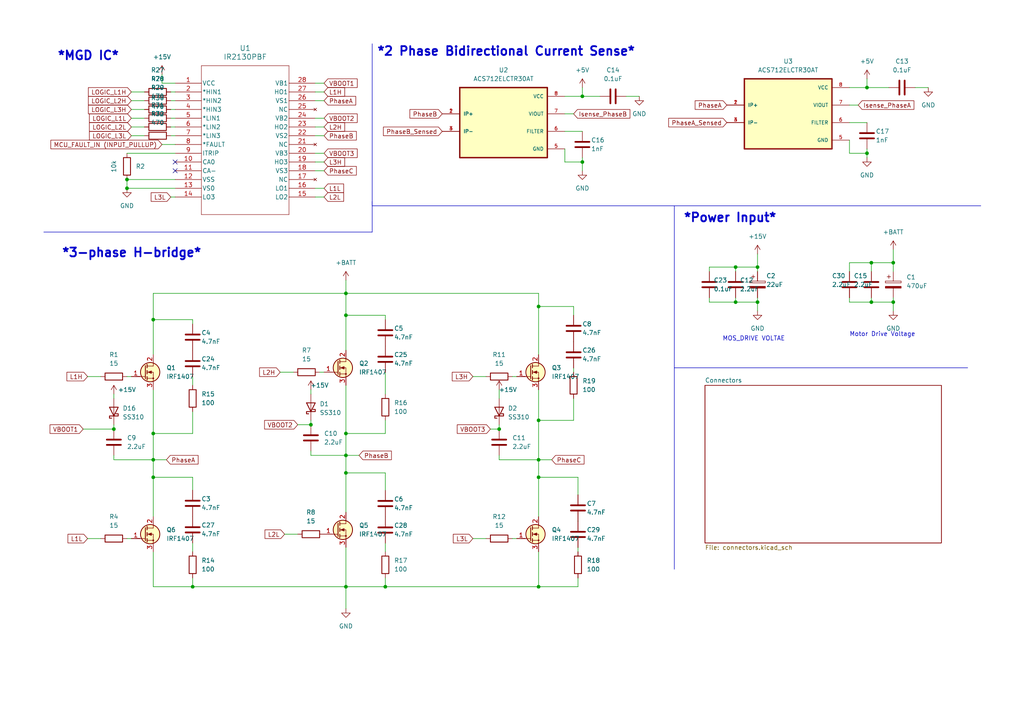
<source format=kicad_sch>
(kicad_sch (version 20250114) (generator "eeschema") (generator_version "9.0")
  (paper "A4")
  (lib_symbols
    (symbol "Device:C" (pin_numbers (hide yes)) (pin_names (offset 0.254))
      (property "Reference" "C" (at 0.635 2.54 0))
      (property "Value" "C" (at 0.635 -2.54 0))
      (symbol "C_0_1"
        (polyline (pts (xy -2.032 0.762) (xy 2.032 0.762)) (stroke (width 0.508)))
        (polyline (pts (xy -2.032 -0.762) (xy 2.032 -0.762)) (stroke (width 0.508)))
      )
      (symbol "C_1_1"
        (pin passive line (at 0 3.81 270) (length 2.794) (name "~") (number "1"))
        (pin passive line (at 0 -3.81 90) (length 2.794) (name "~") (number "2"))
      )
    )
    (symbol "Device:C_Polarized" (pin_numbers (hide yes)) (pin_names (offset 0.254))
      (property "Reference" "C" (at 0.635 2.54 0))
      (property "Value" "C_Polarized" (at 0.635 -2.54 0))
      (symbol "C_Polarized_0_1"
        (rectangle (start -2.286 0.508) (end 2.286 1.016))
        (polyline (pts (xy -1.778 2.286) (xy -0.762 2.286)))
        (polyline (pts (xy -1.27 2.794) (xy -1.27 1.778)))
        (rectangle (start 2.286 -0.508) (end -2.286 -1.016) (fill (type outline)))
      )
      (symbol "C_Polarized_1_1"
        (pin passive line (at 0 3.81 270) (length 2.794) (name "~") (number "1"))
        (pin passive line (at 0 -3.81 90) (length 2.794) (name "~") (number "2"))
      )
    )
    (symbol "Device:D_Schottky" (pin_numbers (hide yes)) (pin_names (offset 1.016) (hide yes))
      (property "Reference" "D" (at 0 2.54 0))
      (property "Value" "D_Schottky" (at 0 -2.54 0))
      (symbol "D_Schottky_0_1"
        (polyline (pts (xy -1.905 0.635) (xy -1.905 1.27) (xy -1.27 1.27) (xy -1.27 -1.27) (xy -0.635 -1.27) (xy -0.635 -0.635)) (stroke (width 0.254)))
        (polyline (pts (xy 1.27 1.27) (xy 1.27 -1.27) (xy -1.27 0) (xy 1.27 1.27)) (stroke (width 0.254)))
        (polyline (pts (xy 1.27 0) (xy -1.27 0)))
      )
      (symbol "D_Schottky_1_1"
        (pin passive line (at -3.81 0 0) (length 2.54) (name "K") (number "1"))
        (pin passive line (at 3.81 0 180) (length 2.54) (name "A") (number "2"))
      )
    )
    (symbol "Device:R" (pin_numbers (hide yes)) (pin_names (offset 0))
      (property "Reference" "R" (at 2.032 0 90))
      (property "Value" "R" (at 0 0 90))
      (symbol "R_0_1"
        (rectangle (start -1.016 -2.54) (end 1.016 2.54) (stroke (width 0.254)))
      )
      (symbol "R_1_1"
        (pin passive line (at 0 3.81 270) (length 1.27) (name "~") (number "1"))
        (pin passive line (at 0 -3.81 90) (length 1.27) (name "~") (number "2"))
      )
    )
    (symbol "PCM_Transistor_MOSFET_AKL:HUF75645P3" (pin_names (hide yes))
      (property "Reference" "Q" (at 5.08 1.27 0))
      (property "Value" "HUF75645P3" (at 5.08 -1.27 0))
      (symbol "HUF75645P3_0_1"
        (polyline (pts (xy 0.254 1.905) (xy 0.254 -1.905)) (stroke (width 0.254)))
        (polyline (pts (xy 0.254 -1.27) (xy -2.54 -1.27)))
        (polyline (pts (xy 0.762 2.286) (xy 0.762 1.27)) (stroke (width 0.254)))
        (polyline (pts (xy 0.762 0.508) (xy 0.762 -0.508)) (stroke (width 0.254)))
        (polyline (pts (xy 0.762 -1.27) (xy 0.762 -2.286)) (stroke (width 0.254)))
        (polyline (pts (xy 0.762 -1.778) (xy 2.54 -1.778)))
        (polyline (pts (xy 1.016 0) (xy 2.032 0.381) (xy 2.032 -0.381) (xy 1.016 0)) (fill (type outline)))
        (circle (center 1.651 0) (radius 2.794) (stroke (width 0.254)) (fill (type background)))
        (polyline (pts (xy 2.54 2.54) (xy 2.54 1.778)))
        (polyline (pts (xy 2.54 1.778) (xy 0.762 1.778)))
        (circle (center 2.54 -1.778) (radius 0.1778) (fill (type outline)))
        (polyline (pts (xy 2.54 -2.54) (xy 2.54 0) (xy 0.762 0)))
      )
      (symbol "HUF75645P3_1_1"
        (pin input line (at -3.81 -1.27 0) (length 2.54) (name "G") (number "1"))
        (pin passive line (at 2.54 5.08 270) (length 2.54) (name "D") (number "2"))
        (pin passive line (at 2.54 -5.08 90) (length 2.54) (name "S") (number "3"))
      )
    )
    (symbol "power:+15V" (power) (pin_names (offset 0))
      (property "Value" "+15V" (at 0 3.556 0))
      (symbol "+15V_0_1"
        (polyline (pts (xy -0.762 1.27) (xy 0 2.54)))
        (polyline (pts (xy 0 2.54) (xy 0.762 1.27)))
        (polyline (pts (xy 0 0) (xy 0 2.54)))
      )
      (symbol "+15V_1_1"
        (pin power_in line (at 0 0 90) (length 0) (hide yes) (name "+15V") (number "1"))
      )
    )
    (symbol "power:+5V" (power) (pin_names (offset 0))
      (property "Value" "+5V" (at 0 3.556 0))
      (symbol "+5V_0_1"
        (polyline (pts (xy -0.762 1.27) (xy 0 2.54)))
        (polyline (pts (xy 0 2.54) (xy 0.762 1.27)))
        (polyline (pts (xy 0 0) (xy 0 2.54)))
      )
      (symbol "+5V_1_1"
        (pin power_in line (at 0 0 90) (length 0) (hide yes) (name "+5V") (number "1"))
      )
    )
    (symbol "power:+BATT" (power) (pin_names (offset 0))
      (property "Value" "+BATT" (at 0 3.556 0))
      (symbol "+BATT_0_1"
        (polyline (pts (xy -0.762 1.27) (xy 0 2.54)))
        (polyline (pts (xy 0 2.54) (xy 0.762 1.27)))
        (polyline (pts (xy 0 0) (xy 0 2.54)))
      )
      (symbol "+BATT_1_1"
        (pin power_in line (at 0 0 90) (length 0) (hide yes) (name "+BATT") (number "1"))
      )
    )
    (symbol "power:GND" (power) (pin_names (offset 0))
      (property "Value" "GND" (at 0 -3.81 0))
      (symbol "GND_0_1"
        (polyline (pts (xy 0 0) (xy 0 -1.27) (xy 1.27 -1.27) (xy 0 -2.54) (xy -1.27 -1.27) (xy 0 -1.27)))
      )
      (symbol "GND_1_1"
        (pin power_in line (at 0 0 270) (length 0) (hide yes) (name "GND") (number "1"))
      )
    )
    (symbol "projectMainLib:ACS712ELCTR30AT" (pin_names (offset 1.016))
      (property "Reference" "U" (at -12.8864 10.1087 0))
      (property "Value" "ACS712ELCTR30AT" (at -13.6476 -12.7569 0))
      (symbol "ACS712ELCTR30AT_0_0"
        (rectangle (start -12.7 -10.16) (end 12.7 10.16) (stroke (width 0.4064)) (fill (type background)))
        (pin input line (at -17.78 2.54 0) (length 5.08) (name "IP+") (number "1"))
        (pin input line (at -17.78 2.54 0) (length 5.08) (name "IP+") (number "2"))
        (pin input line (at -17.78 -2.54 0) (length 5.08) (name "IP-") (number "3"))
        (pin input line (at -17.78 -2.54 0) (length 5.08) (name "IP-") (number "4"))
        (pin power_in line (at 17.78 7.62 180) (length 5.08) (name "VCC") (number "8"))
        (pin output line (at 17.78 2.54 180) (length 5.08) (name "VIOUT") (number "7"))
        (pin passive line (at 17.78 -2.54 180) (length 5.08) (name "FILTER") (number "6"))
        (pin power_in line (at 17.78 -7.62 180) (length 5.08) (name "GND") (number "5"))
      )
    )
    (symbol "projectMainLib:IR2130PBF" (pin_names (offset 0.254))
      (property "Reference" "U" (at 20.32 10.16 0))
      (property "Value" "IR2130PBF" (at 20.32 7.62 0))
      (symbol "IR2130PBF_0_1"
        (polyline (pts (xy 7.62 5.08) (xy 7.62 -38.1)) (stroke (width 0.127)))
        (polyline (pts (xy 7.62 -38.1) (xy 33.02 -38.1)) (stroke (width 0.127)))
        (polyline (pts (xy 33.02 5.08) (xy 7.62 5.08)) (stroke (width 0.127)))
        (polyline (pts (xy 33.02 -38.1) (xy 33.02 5.08)) (stroke (width 0.127)))
        (pin power_in line (at 0 0 0) (length 7.62) (name "VCC") (number "1"))
        (pin input line (at 0 -2.54 0) (length 7.62) (name "*HIN1") (number "2"))
        (pin input line (at 0 -5.08 0) (length 7.62) (name "*HIN2") (number "3"))
        (pin input line (at 0 -7.62 0) (length 7.62) (name "*HIN3") (number "4"))
        (pin input line (at 0 -10.16 0) (length 7.62) (name "*LIN1") (number "5"))
        (pin input line (at 0 -12.7 0) (length 7.62) (name "*LIN2") (number "6"))
        (pin input line (at 0 -15.24 0) (length 7.62) (name "*LIN3") (number "7"))
        (pin unspecified line (at 0 -17.78 0) (length 7.62) (name "*FAULT") (number "8"))
        (pin input line (at 0 -20.32 0) (length 7.62) (name "ITRIP") (number "9"))
        (pin output line (at 0 -22.86 0) (length 7.62) (name "CA0") (number "10"))
        (pin input line (at 0 -25.4 0) (length 7.62) (name "CA-") (number "11"))
        (pin power_out line (at 0 -27.94 0) (length 7.62) (name "VSS") (number "12"))
        (pin input line (at 0 -30.48 0) (length 7.62) (name "VS0") (number "13"))
        (pin output line (at 0 -33.02 0) (length 7.62) (name "LO3") (number "14"))
        (pin power_in line (at 40.64 0 180) (length 7.62) (name "VB1") (number "28"))
        (pin output line (at 40.64 -2.54 180) (length 7.62) (name "HO1") (number "27"))
        (pin power_in line (at 40.64 -5.08 180) (length 7.62) (name "VS1") (number "26"))
        (pin no_connect line (at 40.64 -7.62 180) (length 7.62) (name "NC") (number "25"))
        (pin power_in line (at 40.64 -10.16 180) (length 7.62) (name "VB2") (number "24"))
        (pin output line (at 40.64 -12.7 180) (length 7.62) (name "HO2") (number "23"))
        (pin power_in line (at 40.64 -15.24 180) (length 7.62) (name "VS2") (number "22"))
        (pin no_connect line (at 40.64 -17.78 180) (length 7.62) (name "NC") (number "21"))
        (pin power_in line (at 40.64 -20.32 180) (length 7.62) (name "VB3") (number "20"))
        (pin output line (at 40.64 -22.86 180) (length 7.62) (name "HO3") (number "19"))
        (pin bidirectional line (at 40.64 -25.4 180) (length 7.62) (name "VS3") (number "18"))
        (pin no_connect line (at 40.64 -27.94 180) (length 7.62) (name "NC") (number "17"))
        (pin output line (at 40.64 -30.48 180) (length 7.62) (name "LO1") (number "16"))
        (pin output line (at 40.64 -33.02 180) (length 7.62) (name "LO2") (number "15"))
      )
    )
  )
  (text "MOS_DRIVE VOLTAE\n" (at 209.55 99.06 0) (effects (font (size 1.27 1.27)) (justify left bottom)))
  (text "*3-phase H-bridge*" (at 17.78 74.93 0) (effects (font (size 2.54 2.54) (bold yes)) (justify left bottom)))
  (text "*Power Input*" (at 198.12 64.77 0) (effects (font (size 2.54 2.54) (thickness 0.508) (bold yes)) (justify left bottom)))
  (text "*2 Phase Bidirectional Current Sense*" (at 109.22 16.51 0) (effects (font (size 2.54 2.54) (thickness 0.508) (bold yes)) (justify left bottom)))
  (text "*MGD IC*\n" (at 16.51 17.78 0) (effects (font (size 2.54 2.54) (bold yes)) (justify left bottom)))
  (text "Motor Drive Voltage\n" (at 246.38 97.79 0) (effects (font (size 1.27 1.27)) (justify left bottom)))
  (junction (at 100.33 85.09))
  (junction (at 44.45 125.73))
  (junction (at 100.33 137.16))
  (junction (at 156.21 133.35))
  (junction (at 219.71 87.63))
  (junction (at 156.21 121.92))
  (junction (at 213.36 87.63))
  (junction (at 144.78 124.46))
  (junction (at 219.71 77.47))
  (junction (at 100.33 91.44))
  (junction (at 156.21 138.43))
  (junction (at 100.33 132.08))
  (junction (at 90.17 123.19))
  (junction (at 44.45 133.35))
  (junction (at 36.83 52.07))
  (junction (at 111.76 170.18))
  (junction (at 251.46 44.45))
  (junction (at 44.45 92.71))
  (junction (at 213.36 77.47))
  (junction (at 168.91 27.94))
  (junction (at 156.21 88.9))
  (junction (at 251.46 25.4))
  (junction (at 36.83 54.61))
  (junction (at 156.21 170.18))
  (junction (at 33.02 124.46))
  (junction (at 252.73 76.2))
  (junction (at 259.08 76.2))
  (junction (at 44.45 138.43))
  (junction (at 100.33 170.18))
  (junction (at 252.73 87.63))
  (junction (at 259.08 87.63))
  (junction (at 168.91 46.99))
  (junction (at 55.88 170.18))
  (junction (at 100.33 125.73))
  (no_connect (at 50.8 49.53))
  (no_connect (at 50.8 46.99))
  (wire (pts (xy 111.76 137.16) (xy 111.76 142.24)))
  (wire (pts (xy 44.45 160.02) (xy 44.45 170.18)))
  (wire (pts (xy 246.38 44.45) (xy 246.38 40.64)))
  (wire (pts (xy 251.46 43.18) (xy 251.46 44.45)))
  (wire (pts (xy 25.4 109.22) (xy 29.21 109.22)))
  (wire (pts (xy 168.91 49.53) (xy 168.91 46.99)))
  (wire (pts (xy 137.16 156.21) (xy 140.97 156.21)))
  (wire (pts (xy 44.45 113.03) (xy 44.45 125.73)))
  (wire (pts (xy 93.98 54.61) (xy 91.44 54.61)))
  (wire (pts (xy 252.73 78.74) (xy 252.73 76.2)))
  (wire (pts (xy 148.59 156.21) (xy 149.86 156.21)))
  (wire (pts (xy 163.83 27.94) (xy 168.91 27.94)))
  (wire (pts (xy 246.38 86.36) (xy 246.38 87.63)))
  (wire (pts (xy 100.33 91.44) (xy 100.33 101.6)))
  (wire (pts (xy 24.13 124.46) (xy 33.02 124.46)))
  (wire (pts (xy 213.36 77.47) (xy 219.71 77.47)))
  (wire (pts (xy 219.71 87.63) (xy 219.71 90.17)))
  (wire (pts (xy 166.37 88.9) (xy 166.37 91.44)))
  (wire (pts (xy 167.64 167.64) (xy 167.64 170.18)))
  (wire (pts (xy 25.4 156.21) (xy 29.21 156.21)))
  (wire (pts (xy 168.91 46.99) (xy 168.91 45.72)))
  (polyline (pts (xy 12.7 67.31) (xy 107.95 67.31)))
  (wire (pts (xy 111.76 157.5459) (xy 111.76 160.02)))
  (wire (pts (xy 111.76 121.92) (xy 111.76 125.73)))
  (wire (pts (xy 166.37 88.9) (xy 156.21 88.9)))
  (wire (pts (xy 90.17 121.92) (xy 90.17 123.19)))
  (wire (pts (xy 81.28 107.95) (xy 85.09 107.95)))
  (wire (pts (xy 55.88 138.43) (xy 55.88 142.1741)))
  (wire (pts (xy 100.33 170.18) (xy 100.33 176.53)))
  (wire (pts (xy 167.64 151.13) (xy 167.64 151.1959)))
  (wire (pts (xy 265.43 25.4) (xy 269.24 25.4)))
  (wire (pts (xy 44.45 125.73) (xy 44.45 133.35)))
  (wire (pts (xy 142.24 124.46) (xy 144.78 124.46)))
  (wire (pts (xy 144.78 113.03) (xy 144.78 115.57)))
  (wire (pts (xy 246.38 35.56) (xy 251.46 35.56)))
  (wire (pts (xy 49.53 57.15) (xy 50.8 57.15)))
  (wire (pts (xy 205.74 77.47) (xy 213.36 77.47)))
  (wire (pts (xy 55.88 101.6) (xy 55.88 101.6659)))
  (wire (pts (xy 38.1 31.75) (xy 41.91 31.75)))
  (wire (pts (xy 163.83 33.02) (xy 166.37 33.02)))
  (wire (pts (xy 144.78 123.19) (xy 144.78 124.46)))
  (wire (pts (xy 252.73 76.2) (xy 259.08 76.2)))
  (wire (pts (xy 91.44 29.21) (xy 93.98 29.21)))
  (wire (pts (xy 38.1 156.21) (xy 36.83 156.21)))
  (wire (pts (xy 44.45 85.09) (xy 100.33 85.09)))
  (wire (pts (xy 246.38 30.48) (xy 248.92 30.48)))
  (wire (pts (xy 251.46 45.72) (xy 251.46 44.45)))
  (wire (pts (xy 44.45 138.43) (xy 55.88 138.43)))
  (wire (pts (xy 91.44 46.99) (xy 93.98 46.99)))
  (wire (pts (xy 49.53 34.29) (xy 50.8 34.29)))
  (wire (pts (xy 259.08 87.63) (xy 259.08 90.17)))
  (wire (pts (xy 166.37 99.06) (xy 166.37 99.1259)))
  (wire (pts (xy 156.21 133.35) (xy 160.02 133.35)))
  (wire (pts (xy 91.44 44.45) (xy 93.98 44.45)))
  (wire (pts (xy 90.17 132.08) (xy 100.33 132.08)))
  (wire (pts (xy 137.16 109.22) (xy 140.97 109.22)))
  (wire (pts (xy 91.44 39.37) (xy 93.98 39.37)))
  (wire (pts (xy 246.38 78.74) (xy 246.38 76.2)))
  (wire (pts (xy 111.76 149.86) (xy 111.76 149.9259)))
  (wire (pts (xy 259.08 72.39) (xy 259.08 76.2)))
  (wire (pts (xy 44.45 138.43) (xy 44.45 149.86)))
  (wire (pts (xy 163.83 46.99) (xy 163.83 43.18)))
  (wire (pts (xy 38.1 34.29) (xy 41.91 34.29)))
  (wire (pts (xy 46.99 41.91) (xy 50.8 41.91)))
  (wire (pts (xy 90.17 113.03) (xy 90.17 114.3)))
  (wire (pts (xy 91.44 49.53) (xy 93.98 49.53)))
  (wire (pts (xy 259.08 76.2) (xy 259.08 78.74)))
  (wire (pts (xy 49.5182 36.83) (xy 50.8 36.83)))
  (wire (pts (xy 205.74 86.36) (xy 205.74 87.63)))
  (wire (pts (xy 91.44 34.29) (xy 93.98 34.29)))
  (wire (pts (xy 33.02 132.08) (xy 33.02 133.35)))
  (wire (pts (xy 36.83 52.07) (xy 36.83 54.61)))
  (wire (pts (xy 111.76 100.33) (xy 111.76 100.3959)))
  (wire (pts (xy 259.08 86.36) (xy 259.08 87.63)))
  (wire (pts (xy 55.88 109.2859) (xy 55.88 111.76)))
  (wire (pts (xy 156.21 133.35) (xy 156.21 138.43)))
  (wire (pts (xy 91.44 24.13) (xy 93.98 24.13)))
  (wire (pts (xy 38.1 39.37) (xy 41.91 39.37)))
  (wire (pts (xy 144.78 133.35) (xy 156.21 133.35)))
  (wire (pts (xy 205.74 78.74) (xy 205.74 77.47)))
  (wire (pts (xy 219.71 86.36) (xy 219.71 87.63)))
  (wire (pts (xy 36.83 109.22) (xy 38.1 109.22)))
  (wire (pts (xy 246.38 76.2) (xy 252.73 76.2)))
  (wire (pts (xy 181.61 27.94) (xy 185.42 27.94)))
  (wire (pts (xy 100.33 85.09) (xy 100.33 91.44)))
  (wire (pts (xy 148.59 109.22) (xy 149.86 109.22)))
  (wire (pts (xy 219.71 77.47) (xy 219.71 78.74)))
  (wire (pts (xy 55.88 157.48) (xy 55.88 160.02)))
  (wire (pts (xy 49.53 39.37) (xy 50.8 39.37)))
  (wire (pts (xy 205.74 87.63) (xy 213.36 87.63)))
  (wire (pts (xy 46.99 24.13) (xy 50.8 24.13)))
  (wire (pts (xy 156.21 138.43) (xy 156.21 149.86)))
  (wire (pts (xy 55.88 119.38) (xy 55.88 125.73)))
  (wire (pts (xy 111.76 91.44) (xy 111.76 92.71)))
  (wire (pts (xy 33.02 133.35) (xy 44.45 133.35)))
  (wire (pts (xy 246.38 87.63) (xy 252.73 87.63)))
  (wire (pts (xy 100.33 137.16) (xy 100.33 148.59)))
  (polyline (pts (xy 107.95 59.69) (xy 284.48 59.69)))
  (wire (pts (xy 219.71 73.66) (xy 219.71 77.47)))
  (wire (pts (xy 44.45 133.35) (xy 48.26 133.35)))
  (polyline (pts (xy 195.58 59.69) (xy 195.58 106.68)))
  (wire (pts (xy 33.02 123.19) (xy 33.02 124.46)))
  (wire (pts (xy 100.33 132.08) (xy 100.33 137.16)))
  (wire (pts (xy 168.91 27.94) (xy 173.99 27.94)))
  (wire (pts (xy 36.83 54.61) (xy 50.8 54.61)))
  (wire (pts (xy 251.46 25.4) (xy 257.81 25.4)))
  (wire (pts (xy 100.33 125.73) (xy 111.76 125.73)))
  (wire (pts (xy 55.88 92.71) (xy 55.88 93.98)))
  (wire (pts (xy 33.02 114.3) (xy 33.02 115.57)))
  (wire (pts (xy 111.76 167.64) (xy 111.76 170.18)))
  (wire (pts (xy 46.99 21.59) (xy 46.99 24.13)))
  (wire (pts (xy 44.45 170.18) (xy 55.88 170.18)))
  (wire (pts (xy 44.45 92.71) (xy 44.45 102.87)))
  (wire (pts (xy 100.33 81.28) (xy 100.33 85.09)))
  (wire (pts (xy 100.33 111.76) (xy 100.33 125.73)))
  (wire (pts (xy 156.21 160.02) (xy 156.21 170.18)))
  (wire (pts (xy 92.71 107.95) (xy 93.98 107.95)))
  (wire (pts (xy 251.46 22.86) (xy 251.46 25.4)))
  (wire (pts (xy 166.37 121.92) (xy 156.21 121.92)))
  (wire (pts (xy 100.33 170.18) (xy 111.76 170.18)))
  (wire (pts (xy 100.33 85.09) (xy 156.21 85.09)))
  (wire (pts (xy 166.37 115.57) (xy 166.37 121.92)))
  (wire (pts (xy 246.38 25.4) (xy 251.46 25.4)))
  (wire (pts (xy 167.64 170.18) (xy 156.21 170.18)))
  (wire (pts (xy 213.36 86.36) (xy 213.36 87.63)))
  (wire (pts (xy 100.33 158.75) (xy 100.33 170.18)))
  (wire (pts (xy 49.53 26.67) (xy 50.8 26.67)))
  (polyline (pts (xy 195.58 106.68) (xy 195.58 165.1)))
  (wire (pts (xy 55.88 149.7941) (xy 55.88 149.86)))
  (wire (pts (xy 44.45 133.35) (xy 44.45 138.43)))
  (wire (pts (xy 100.33 125.73) (xy 100.33 132.08)))
  (wire (pts (xy 213.36 78.74) (xy 213.36 77.47)))
  (wire (pts (xy 38.1 29.21) (xy 41.91 29.21)))
  (wire (pts (xy 168.91 46.99) (xy 163.83 46.99)))
  (wire (pts (xy 213.36 87.63) (xy 219.71 87.63)))
  (wire (pts (xy 100.33 132.08) (xy 104.14 132.08)))
  (wire (pts (xy 111.76 170.18) (xy 156.21 170.18)))
  (wire (pts (xy 156.21 138.43) (xy 167.64 138.43)))
  (wire (pts (xy 156.21 85.09) (xy 156.21 88.9)))
  (wire (pts (xy 246.38 44.45) (xy 251.46 44.45)))
  (wire (pts (xy 91.44 26.67) (xy 93.98 26.67)))
  (wire (pts (xy 156.21 88.9) (xy 156.21 102.87)))
  (wire (pts (xy 167.64 158.8159) (xy 167.64 160.02)))
  (polyline (pts (xy 107.95 67.31) (xy 107.95 58.42)))
  (wire (pts (xy 49.53 29.21) (xy 50.8 29.21)))
  (wire (pts (xy 82.55 154.94) (xy 86.36 154.94)))
  (wire (pts (xy 38.1 26.67) (xy 41.91 26.67)))
  (wire (pts (xy 55.88 92.71) (xy 44.45 92.71)))
  (polyline (pts (xy 107.95 12.7) (xy 107.95 59.69)))
  (wire (pts (xy 55.88 167.64) (xy 55.88 170.18)))
  (wire (pts (xy 44.45 85.09) (xy 44.45 92.71)))
  (wire (pts (xy 38.1 36.83) (xy 41.8982 36.83)))
  (wire (pts (xy 156.21 121.92) (xy 156.21 133.35)))
  (wire (pts (xy 86.36 123.19) (xy 90.17 123.19)))
  (wire (pts (xy 55.88 125.73) (xy 44.45 125.73)))
  (wire (pts (xy 156.21 121.92) (xy 156.21 113.03)))
  (wire (pts (xy 111.76 108.0159) (xy 111.76 114.3)))
  (wire (pts (xy 55.88 170.18) (xy 100.33 170.18)))
  (wire (pts (xy 91.44 36.83) (xy 93.98 36.83)))
  (polyline (pts (xy 195.58 106.68) (xy 280.67 106.68)))
  (wire (pts (xy 90.17 130.81) (xy 90.17 132.08)))
  (wire (pts (xy 163.83 38.1) (xy 168.91 38.1)))
  (wire (pts (xy 49.53 31.75) (xy 50.8 31.75)))
  (wire (pts (xy 36.83 52.07) (xy 50.8 52.07)))
  (wire (pts (xy 111.76 91.44) (xy 100.33 91.44)))
  (wire (pts (xy 91.44 57.15) (xy 93.98 57.15)))
  (wire (pts (xy 252.73 86.36) (xy 252.73 87.63)))
  (wire (pts (xy 144.78 132.08) (xy 144.78 133.35)))
  (wire (pts (xy 36.83 44.45) (xy 50.8 44.45)))
  (wire (pts (xy 100.33 137.16) (xy 111.76 137.16)))
  (wire (pts (xy 166.37 106.7459) (xy 166.37 107.95)))
  (wire (pts (xy 167.64 138.43) (xy 167.64 143.51)))
  (wire (pts (xy 252.73 87.63) (xy 259.08 87.63)))
  (wire (pts (xy 168.91 25.4) (xy 168.91 27.94)))
  (global_label "LOGIC_L2L" (shape input) (at 38.1 36.83 180) (property "Intersheetrefs" "${INTERSHEET_REFS}" (effects (hide yes))))
  (global_label "VBOOT1" (shape input) (at 93.98 24.13 0) (property "Intersheetrefs" "${INTERSHEET_REFS}" (effects (hide yes))))
  (global_label "LOGIC_L1H" (shape input) (at 38.1 26.67 180) (property "Intersheetrefs" "${INTERSHEET_REFS}" (effects (hide yes))))
  (global_label "VBOOT1" (shape input) (at 24.13 124.46 180) (property "Intersheetrefs" "${INTERSHEET_REFS}" (effects (hide yes))))
  (global_label "L2L" (shape input) (at 82.55 154.94 180) (property "Intersheetrefs" "${INTERSHEET_REFS}" (effects (hide yes))))
  (global_label "L1L" (shape input) (at 25.4 156.21 180) (property "Intersheetrefs" "${INTERSHEET_REFS}" (effects (hide yes))))
  (global_label "PhaseB" (shape input) (at 104.14 132.08 0) (property "Intersheetrefs" "${INTERSHEET_REFS}" (effects (hide yes))))
  (global_label "PhaseA_Sensed" (shape input) (at 210.82 35.56 180) (property "Intersheetrefs" "${INTERSHEET_REFS}" (effects (hide yes))))
  (global_label "VBOOT2" (shape input) (at 93.98 34.29 0) (property "Intersheetrefs" "${INTERSHEET_REFS}" (effects (hide yes))))
  (global_label "VBOOT2" (shape input) (at 86.36 123.19 180) (property "Intersheetrefs" "${INTERSHEET_REFS}" (effects (hide yes))))
  (global_label "LOGIC_L3L" (shape input) (at 38.1 39.37 180) (property "Intersheetrefs" "${INTERSHEET_REFS}" (effects (hide yes))))
  (global_label "L1H" (shape input) (at 93.98 26.67 0) (property "Intersheetrefs" "${INTERSHEET_REFS}" (effects (hide yes))))
  (global_label "L2L" (shape input) (at 93.98 57.15 0) (property "Intersheetrefs" "${INTERSHEET_REFS}" (effects (hide yes))))
  (global_label "Isense_PhaseB" (shape input) (at 166.37 33.02 0) (property "Intersheetrefs" "${INTERSHEET_REFS}" (effects (hide yes))))
  (global_label "L3H" (shape input) (at 93.98 46.99 0) (property "Intersheetrefs" "${INTERSHEET_REFS}" (effects (hide yes))))
  (global_label "PhaseB" (shape input) (at 93.98 39.37 0) (property "Intersheetrefs" "${INTERSHEET_REFS}" (effects (hide yes))))
  (global_label "LOGIC_L1L" (shape input) (at 38.1 34.29 180) (property "Intersheetrefs" "${INTERSHEET_REFS}" (effects (hide yes))))
  (global_label "PhaseA" (shape input) (at 210.82 30.48 180) (property "Intersheetrefs" "${INTERSHEET_REFS}" (effects (hide yes))))
  (global_label "PhaseC" (shape input) (at 93.98 49.53 0) (property "Intersheetrefs" "${INTERSHEET_REFS}" (effects (hide yes))))
  (global_label "LOGIC_L2H" (shape input) (at 38.1 29.21 180) (property "Intersheetrefs" "${INTERSHEET_REFS}" (effects (hide yes))))
  (global_label "MCU_FAULT_IN (INPUT_PULLUP)" (shape input) (at 46.99 41.91 180) (property "Intersheetrefs" "${INTERSHEET_REFS}" (effects (hide yes))))
  (global_label "L3L" (shape input) (at 49.53 57.15 180) (property "Intersheetrefs" "${INTERSHEET_REFS}" (effects (hide yes))))
  (global_label "L2H" (shape input) (at 93.98 36.83 0) (property "Intersheetrefs" "${INTERSHEET_REFS}" (effects (hide yes))))
  (global_label "PhaseB_Sensed" (shape input) (at 128.27 38.1 180) (property "Intersheetrefs" "${INTERSHEET_REFS}" (effects (hide yes))))
  (global_label "VBOOT3" (shape input) (at 93.98 44.45 0) (property "Intersheetrefs" "${INTERSHEET_REFS}" (effects (hide yes))))
  (global_label "L1H" (shape input) (at 25.4 109.22 180) (property "Intersheetrefs" "${INTERSHEET_REFS}" (effects (hide yes))))
  (global_label "L2H" (shape input) (at 81.28 107.95 180) (property "Intersheetrefs" "${INTERSHEET_REFS}" (effects (hide yes))))
  (global_label "L1L" (shape input) (at 93.98 54.61 0) (property "Intersheetrefs" "${INTERSHEET_REFS}" (effects (hide yes))))
  (global_label "LOGIC_L3H" (shape input) (at 38.1 31.75 180) (property "Intersheetrefs" "${INTERSHEET_REFS}" (effects (hide yes))))
  (global_label "PhaseA" (shape input) (at 48.26 133.35 0) (property "Intersheetrefs" "${INTERSHEET_REFS}" (effects (hide yes))))
  (global_label "PhaseA" (shape input) (at 93.98 29.21 0) (property "Intersheetrefs" "${INTERSHEET_REFS}" (effects (hide yes))))
  (global_label "VBOOT3" (shape input) (at 142.24 124.46 180) (property "Intersheetrefs" "${INTERSHEET_REFS}" (effects (hide yes))))
  (global_label "PhaseB" (shape input) (at 128.27 33.02 180) (property "Intersheetrefs" "${INTERSHEET_REFS}" (effects (hide yes))))
  (global_label "PhaseC" (shape input) (at 160.02 133.35 0) (property "Intersheetrefs" "${INTERSHEET_REFS}" (effects (hide yes))))
  (global_label "Isense_PhaseA" (shape input) (at 248.92 30.48 0) (property "Intersheetrefs" "${INTERSHEET_REFS}" (effects (hide yes))))
  (global_label "L3H" (shape input) (at 137.16 109.22 180) (property "Intersheetrefs" "${INTERSHEET_REFS}" (effects (hide yes))))
  (global_label "L3L" (shape input) (at 137.16 156.21 180) (property "Intersheetrefs" "${INTERSHEET_REFS}" (effects (hide yes))))
  (symbol (lib_id "power:GND") (at 259.08 90.17 0) (unit 1)
    (property "Reference" "#PWR012" (effects (hide yes)))
    (property "Value" "GND" (at 259.08 95.25 0))
  )
  (symbol (lib_id "Device:C") (at 33.02 128.27 0) (unit 1)
    (property "Reference" "C9" (at 36.83 127 0) (effects (justify left)))
    (property "Value" "2.2uF" (at 36.83 129.54 0) (effects (justify left)))
    (property "Footprint" "Capacitor_SMD:C_0805_2012Metric_Pad1.18x1.45mm_HandSolder" (effects (hide yes)))
  )
  (symbol (lib_id "power:GND") (at 251.46 45.72 0) (unit 1)
    (property "Reference" "#PWR017" (effects (hide yes)))
    (property "Value" "GND" (at 251.46 50.8 0))
  )
  (symbol (lib_id "Device:R") (at 88.9 107.95 90) (unit 1)
    (property "Reference" "R7" (at 88.9 101.6 90))
    (property "Value" "15" (at 88.9 104.14 90))
    (property "Footprint" "PCM_Resistor_SMD_AKL:R_1206_3216Metric_Pad1.30x1.75mm_HandSolder" (effects (hide yes)))
  )
  (symbol (lib_id "Device:R") (at 45.72 39.37 270) (unit 1)
    (property "Reference" "R32" (at 45.72 33.02 90))
    (property "Value" "470" (at 45.72 35.56 90))
    (property "Footprint" "PCM_Resistor_SMD_AKL:R_1206_3216Metric_Pad1.30x1.75mm_HandSolder" (effects (hide yes)))
  )
  (symbol (lib_id "projectMainLib:IR2130PBF") (at 50.8 24.13 0) (unit 1)
    (property "Reference" "U1" (at 71.12 13.97 0) (effects (font (size 1.524 1.524))))
    (property "Value" "IR2130PBF" (at 71.12 16.51 0) (effects (font (size 1.524 1.524))))
    (property "Footprint" "PCM_Package_DIP_AKL:DIP-28_W15.24mm_LongPads" (effects (hide yes)))
    (property "Datasheet" "IR2130PBF" (effects (hide yes)))
  )
  (symbol (lib_id "power:+15V") (at 33.02 114.3 0) (unit 1)
    (property "Reference" "#PWR09" (effects (hide yes)))
    (property "Value" "+15V" (at 36.83 113.03 0))
  )
  (symbol (lib_id "PCM_Transistor_MOSFET_AKL:HUF75645P3") (at 153.67 154.94 0) (unit 1)
    (property "Reference" "Q4" (at 160.02 153.67 0) (effects (justify left)))
    (property "Value" "IRF1407" (at 160.02 156.21 0) (effects (justify left)))
    (property "Footprint" "PCM_Package_TO_SOT_THT_AKL:TO-220-3_Vertical_GDS" (effects (hide yes)))
    (property "Datasheet" "https://www.tme.eu/Document/6e1444c7abc4a8dc280d4f99460d49e6/HUF75645.pdf" (effects (hide yes)))
  )
  (symbol (lib_id "power:+15V") (at 90.17 113.03 0) (unit 1)
    (property "Reference" "#PWR08" (effects (hide yes)))
    (property "Value" "+15V" (at 92.71 111.76 0))
  )
  (symbol (lib_id "projectMainLib:ACS712ELCTR30AT") (at 228.6 33.02 0) (unit 1)
    (property "Reference" "U3" (at 228.6 17.78 0))
    (property "Value" "ACS712ELCTR30AT" (at 228.6 20.32 0))
    (property "Footprint" "Package_SO:SOIC-8-1EP_3.9x4.9mm_P1.27mm_EP2.95x4.9mm_Mask2.71x3.4mm" (effects (hide yes)))
    (property "Description" "\n                        \n                            Current Sensor 30A 1 Channel Hall Effect, Open Loop Bidirectional 8-SOIC (0.154, 3.90mm Width)\n                        \n" (effects (hide yes)))
    (property "E2_MAX" "0.0" (effects (hide yes)))
    (property "E1_MIN" "3.8" (effects (hide yes)))
    (property "B_NOM" "0.41" (effects (hide yes)))
    (property "D_MAX" "5.0" (effects (hide yes)))
    (property "E1_NOM" "3.9" (effects (hide yes)))
    (property "B_MAX" "0.51" (effects (hide yes)))
    (property "Price" "None" (effects (hide yes)))
    (property "D2_MAX" "0.0" (effects (hide yes)))
    (property "ENOM" "1.27" (effects (hide yes)))
    (property "D_NOM" "4.9" (effects (hide yes)))
    (property "L_MAX" "1.27" (effects (hide yes)))
    (property "A_MAX" "1.75" (effects (hide yes)))
    (property "Package" "SOIC-8 Allegro MicroSystems LLC" (effects (hide yes)))
    (property "A_NOM" "1.75" (effects (hide yes)))
    (property "Check_prices" "https://www.snapeda.com/parts/ACS712ELCTR-30A-T/Allegro/view-part/?ref=eda" (effects (hide yes)))
    (property "A_MIN" "1.75" (effects (hide yes)))
    (property "STANDARD" "IPC 7351B" (effects (hide yes)))
    (property "PARTREV" "1.0" (effects (hide yes)))
    (property "SnapEDA_Link" "https://www.snapeda.com/parts/ACS712ELCTR-30A-T/Allegro/view-part/?ref=snap" (effects (hide yes)))
    (property "E_NOM" "6.0" (effects (hide yes)))
    (property "B_MIN" "0.31" (effects (hide yes)))
    (property "PIN_COUNT" "8.0" (effects (hide yes)))
    (property "L_NOM" "0.835" (effects (hide yes)))
    (property "MANUFACTURER" "Allegro" (effects (hide yes)))
    (property "MF" "Allegro" (effects (hide yes)))
    (property "A1_MIN" "0.1" (effects (hide yes)))
    (property "E1_MAX" "4.0" (effects (hide yes)))
    (property "E_MIN" "5.9" (effects (hide yes)))
    (property "D_MIN" "4.8" (effects (hide yes)))
    (property "MP" "ACS712ELCTR-30A-T" (effects (hide yes)))
    (property "L_MIN" "0.4" (effects (hide yes)))
    (property "Availability" "In Stock" (effects (hide yes)))
    (property "E_MAX" "6.1" (effects (hide yes)))
  )
  (symbol (lib_id "Device:R") (at 36.83 48.26 180) (unit 1)
    (property "Reference" "R2" (at 39.37 48.26 0) (effects (justify right)))
    (property "Value" "10k" (at 33.02 48.26 90))
    (property "Footprint" "PCM_Resistor_SMD_AKL:R_1206_3216Metric_Pad1.30x1.75mm_HandSolder" (effects (hide yes)))
  )
  (symbol (lib_id "Device:C") (at 167.64 147.32 0) (unit 1)
    (property "Reference" "C7" (at 170.18 146.05 0) (effects (justify left)))
    (property "Value" "4.7nF" (at 170.18 148.59 0) (effects (justify left)))
    (property "Footprint" "Capacitor_SMD:C_0805_2012Metric_Pad1.18x1.45mm_HandSolder" (effects (hide yes)))
  )
  (symbol (lib_id "Device:R") (at 55.88 115.57 180) (unit 1)
    (property "Reference" "R15" (at 58.42 114.3 0) (effects (justify right)))
    (property "Value" "100" (at 58.42 116.84 0) (effects (justify right)))
    (property "Footprint" "PCM_Resistor_SMD_AKL:R_1206_3216Metric_Pad1.30x1.75mm_HandSolder" (effects (hide yes)))
  )
  (symbol (lib_id "power:GND") (at 168.91 49.53 0) (unit 1)
    (property "Reference" "#PWR018" (effects (hide yes)))
    (property "Value" "GND" (at 168.91 54.61 0))
  )
  (symbol (lib_id "power:+BATT") (at 100.33 81.28 0) (unit 1)
    (property "Reference" "#PWR013" (effects (hide yes)))
    (property "Value" "+BATT" (at 100.33 76.2 0))
  )
  (symbol (lib_id "Device:R") (at 45.72 29.21 270) (unit 1)
    (property "Reference" "R28" (at 45.72 22.86 90))
    (property "Value" "470" (at 45.72 25.4 90))
    (property "Footprint" "PCM_Resistor_SMD_AKL:R_1206_3216Metric_Pad1.30x1.75mm_HandSolder" (effects (hide yes)))
  )
  (symbol (lib_id "Device:C") (at 167.64 155.0059 0) (unit 1)
    (property "Reference" "C29" (at 170.18 153.67 0) (effects (justify left)))
    (property "Value" "4.7nF" (at 170.18 156.21 0) (effects (justify left)))
    (property "Footprint" "Capacitor_SMD:C_0805_2012Metric_Pad1.18x1.45mm_HandSolder" (effects (hide yes)))
  )
  (symbol (lib_id "Device:R") (at 167.64 163.83 180) (unit 1)
    (property "Reference" "R18" (at 170.18 162.56 0) (effects (justify right)))
    (property "Value" "100" (at 170.18 165.1 0) (effects (justify right)))
    (property "Footprint" "PCM_Resistor_SMD_AKL:R_1206_3216Metric_Pad1.30x1.75mm_HandSolder" (effects (hide yes)))
  )
  (symbol (lib_id "Device:C_Polarized") (at 219.71 82.55 0) (unit 1)
    (property "Reference" "C2" (at 222.25 80.01 0) (effects (justify left)))
    (property "Value" "22uF" (at 222.25 82.55 0) (effects (justify left)))
    (property "Footprint" "Capacitor_THT:CP_Radial_D6.3mm_P2.50mm" (effects (hide yes)))
  )
  (symbol (lib_id "Device:C") (at 111.76 96.52 0) (unit 1)
    (property "Reference" "C5" (at 114.3 95.25 0) (effects (justify left)))
    (property "Value" "4.7nF" (at 114.3 97.79 0) (effects (justify left)))
    (property "Footprint" "Capacitor_SMD:C_0805_2012Metric_Pad1.18x1.45mm_HandSolder" (effects (hide yes)))
  )
  (symbol (lib_id "Device:R") (at 45.72 34.29 270) (unit 1)
    (property "Reference" "R30" (at 45.72 28.395 90))
    (property "Value" "470" (at 45.72 30.935 90))
    (property "Footprint" "PCM_Resistor_SMD_AKL:R_1206_3216Metric_Pad1.30x1.75mm_HandSolder" (effects (hide yes)))
  )
  (symbol (lib_id "power:GND") (at 269.24 25.4 0) (unit 1)
    (property "Reference" "#PWR021" (effects (hide yes)))
    (property "Value" "GND" (at 269.24 30.48 0))
  )
  (symbol (lib_id "Device:C") (at 252.73 82.55 0) (unit 1)
    (property "Reference" "C15" (at 247.65 80.01 0) (effects (justify left)))
    (property "Value" "2.2uF" (at 247.65 82.55 0) (effects (justify left)))
    (property "Footprint" "Capacitor_THT:C_Rect_L4.6mm_W2.0mm_P2.50mm_MKS02_FKP02" (effects (hide yes)))
  )
  (symbol (lib_id "Device:R") (at 55.88 163.83 180) (unit 1)
    (property "Reference" "R14" (at 58.42 162.56 0) (effects (justify right)))
    (property "Value" "100" (at 58.42 165.1 0) (effects (justify right)))
    (property "Footprint" "PCM_Resistor_SMD_AKL:R_1206_3216Metric_Pad1.30x1.75mm_HandSolder" (effects (hide yes)))
  )
  (symbol (lib_id "Device:R") (at 45.7082 36.83 270) (unit 1)
    (property "Reference" "R31" (at 45.7082 30.48 90))
    (property "Value" "470" (at 45.7082 33.02 90))
    (property "Footprint" "PCM_Resistor_SMD_AKL:R_1206_3216Metric_Pad1.30x1.75mm_HandSolder" (effects (hide yes)))
  )
  (symbol (lib_id "power:+15V") (at 46.99 21.59 0) (unit 1)
    (property "Reference" "#PWR06" (effects (hide yes)))
    (property "Value" "+15V" (at 46.99 16.51 0))
  )
  (symbol (lib_id "power:GND") (at 219.71 90.17 0) (unit 1)
    (property "Reference" "#PWR011" (effects (hide yes)))
    (property "Value" "GND" (at 219.71 95.25 0))
  )
  (symbol (lib_id "Device:C") (at 55.88 145.9841 0) (unit 1)
    (property "Reference" "C3" (at 58.42 144.7141 0) (effects (justify left)))
    (property "Value" "4.7nF" (at 58.42 147.2541 0) (effects (justify left)))
    (property "Footprint" "Capacitor_SMD:C_0805_2012Metric_Pad1.18x1.45mm_HandSolder" (effects (hide yes)))
  )
  (symbol (lib_id "PCM_Transistor_MOSFET_AKL:HUF75645P3") (at 97.79 153.67 0) (unit 1)
    (property "Reference" "Q5" (at 104.14 152.4 0) (effects (justify left)))
    (property "Value" "IRF1407" (at 104.14 154.94 0) (effects (justify left)))
    (property "Footprint" "PCM_Package_TO_SOT_THT_AKL:TO-220-3_Vertical_GDS" (effects (hide yes)))
    (property "Datasheet" "https://www.tme.eu/Document/6e1444c7abc4a8dc280d4f99460d49e6/HUF75645.pdf" (effects (hide yes)))
  )
  (symbol (lib_id "power:+5V") (at 251.46 22.86 0) (unit 1)
    (property "Reference" "#PWR015" (effects (hide yes)))
    (property "Value" "+5V" (at 251.46 17.78 0))
  )
  (symbol (lib_id "Device:C") (at 55.88 97.79 0) (unit 1)
    (property "Reference" "C4" (at 58.42 96.52 0) (effects (justify left)))
    (property "Value" "4.7nF" (at 58.42 99.06 0) (effects (justify left)))
    (property "Footprint" "Capacitor_SMD:C_0805_2012Metric_Pad1.18x1.45mm_HandSolder" (effects (hide yes)))
  )
  (symbol (lib_id "Device:R") (at 111.76 163.83 180) (unit 1)
    (property "Reference" "R17" (at 114.3 162.56 0) (effects (justify right)))
    (property "Value" "100" (at 114.3 165.1 0) (effects (justify right)))
    (property "Footprint" "PCM_Resistor_SMD_AKL:R_1206_3216Metric_Pad1.30x1.75mm_HandSolder" (effects (hide yes)))
  )
  (symbol (lib_id "PCM_Transistor_MOSFET_AKL:HUF75645P3") (at 41.91 107.95 0) (unit 1)
    (property "Reference" "Q1" (at 48.26 106.68 0) (effects (justify left)))
    (property "Value" "IRF1407" (at 48.26 109.22 0) (effects (justify left)))
    (property "Footprint" "PCM_Package_TO_SOT_THT_AKL:TO-220-3_Vertical_GDS" (effects (hide yes)))
    (property "Datasheet" "https://www.tme.eu/Document/6e1444c7abc4a8dc280d4f99460d49e6/HUF75645.pdf" (effects (hide yes)))
  )
  (symbol (lib_id "Device:C") (at 205.74 82.55 180) (unit 1)
    (property "Reference" "C23" (at 207.01 81.28 0) (effects (justify right)))
    (property "Value" "0.1uF" (at 207.01 83.82 0) (effects (justify right)))
    (property "Footprint" "Capacitor_SMD:C_0805_2012Metric_Pad1.18x1.45mm_HandSolder" (effects (hide yes)))
  )
  (symbol (lib_id "Device:C") (at 144.78 128.27 0) (unit 1)
    (property "Reference" "C11" (at 148.59 127 0) (effects (justify left)))
    (property "Value" "2.2uF" (at 148.59 129.54 0) (effects (justify left)))
    (property "Footprint" "Capacitor_SMD:C_0805_2012Metric_Pad1.18x1.45mm_HandSolder" (effects (hide yes)))
  )
  (symbol (lib_id "power:+15V") (at 144.78 113.03 0) (unit 1)
    (property "Reference" "#PWR07" (effects (hide yes)))
    (property "Value" "+15V" (at 147.32 113.03 0))
  )
  (symbol (lib_id "Device:C") (at 213.36 82.55 180) (unit 1)
    (property "Reference" "C12" (at 214.63 81.28 0) (effects (justify right)))
    (property "Value" "2.2uF" (at 214.63 83.82 0) (effects (justify right)))
    (property "Footprint" "Capacitor_SMD:C_0805_2012Metric_Pad1.18x1.45mm_HandSolder" (effects (hide yes)))
  )
  (symbol (lib_id "Device:C") (at 111.76 146.05 0) (unit 1)
    (property "Reference" "C6" (at 114.3 144.78 0) (effects (justify left)))
    (property "Value" "4.7nF" (at 114.3 147.32 0) (effects (justify left)))
    (property "Footprint" "Capacitor_SMD:C_0805_2012Metric_Pad1.18x1.45mm_HandSolder" (effects (hide yes)))
  )
  (symbol (lib_id "Device:R") (at 45.72 26.67 270) (unit 1)
    (property "Reference" "R27" (at 45.72 20.32 90))
    (property "Value" "470" (at 45.72 22.86 90))
    (property "Footprint" "PCM_Resistor_SMD_AKL:R_1206_3216Metric_Pad1.30x1.75mm_HandSolder" (effects (hide yes)))
  )
  (symbol (lib_id "power:GND") (at 100.33 176.53 0) (unit 1)
    (property "Reference" "#PWR02" (effects (hide yes)))
    (property "Value" "GND" (at 100.33 181.61 0))
  )
  (symbol (lib_id "power:+5V") (at 168.91 25.4 0) (unit 1)
    (property "Reference" "#PWR016" (effects (hide yes)))
    (property "Value" "+5V" (at 168.91 20.32 0))
  )
  (symbol (lib_id "Device:C") (at 111.76 104.2059 0) (unit 1)
    (property "Reference" "C25" (at 114.3 102.87 0) (effects (justify left)))
    (property "Value" "4.7nF" (at 114.3 105.41 0) (effects (justify left)))
    (property "Footprint" "Capacitor_SMD:C_0805_2012Metric_Pad1.18x1.45mm_HandSolder" (effects (hide yes)))
  )
  (symbol (lib_id "Device:R") (at 45.72 31.75 270) (unit 1)
    (property "Reference" "R29" (at 45.72 25.4 90))
    (property "Value" "470" (at 45.72 27.94 90))
    (property "Footprint" "PCM_Resistor_SMD_AKL:R_1206_3216Metric_Pad1.30x1.75mm_HandSolder" (effects (hide yes)))
  )
  (symbol (lib_id "Device:C") (at 261.62 25.4 90) (unit 1)
    (property "Reference" "C13" (at 261.62 17.78 90))
    (property "Value" "0.1uF" (at 261.62 20.32 90))
    (property "Footprint" "Capacitor_SMD:C_0805_2012Metric_Pad1.18x1.45mm_HandSolder" (effects (hide yes)))
  )
  (symbol (lib_id "PCM_Transistor_MOSFET_AKL:HUF75645P3") (at 153.67 107.95 0) (unit 1)
    (property "Reference" "Q3" (at 160.02 106.68 0) (effects (justify left)))
    (property "Value" "IRF1407" (at 160.02 109.22 0) (effects (justify left)))
    (property "Footprint" "PCM_Package_TO_SOT_THT_AKL:TO-220-3_Vertical_GDS" (effects (hide yes)))
    (property "Datasheet" "https://www.tme.eu/Document/6e1444c7abc4a8dc280d4f99460d49e6/HUF75645.pdf" (effects (hide yes)))
  )
  (symbol (lib_id "Device:C") (at 166.37 95.25 0) (unit 1)
    (property "Reference" "C8" (at 168.91 93.98 0) (effects (justify left)))
    (property "Value" "4.7nF" (at 168.91 96.52 0) (effects (justify left)))
    (property "Footprint" "Capacitor_SMD:C_0805_2012Metric_Pad1.18x1.45mm_HandSolder" (effects (hide yes)))
  )
  (symbol (lib_id "power:+15V") (at 219.71 73.66 0) (unit 1)
    (property "Reference" "#PWR010" (effects (hide yes)))
    (property "Value" "+15V" (at 219.71 68.58 0))
  )
  (symbol (lib_id "Device:C") (at 251.46 39.37 180) (unit 1)
    (property "Reference" "C17" (at 254 38.1 0) (effects (justify right)))
    (property "Value" "1nF" (at 254 40.64 0) (effects (justify right)))
    (property "Footprint" "Capacitor_SMD:C_0805_2012Metric_Pad1.18x1.45mm_HandSolder" (effects (hide yes)))
  )
  (symbol (lib_id "power:+BATT") (at 259.08 72.39 0) (unit 1)
    (property "Reference" "#PWR014" (effects (hide yes)))
    (property "Value" "+BATT" (at 259.08 67.31 0))
  )
  (symbol (lib_id "Device:D_Schottky") (at 33.02 119.38 90) (unit 1)
    (property "Reference" "D16" (at 35.56 118.4275 90) (effects (justify right)))
    (property "Value" "SS310" (at 35.56 120.9675 90) (effects (justify right)))
    (property "Footprint" "Diode_SMD:D_SMC" (effects (hide yes)))
  )
  (symbol (lib_id "Device:C") (at 55.88 105.4759 0) (unit 1)
    (property "Reference" "C24" (at 58.42 104.14 0) (effects (justify left)))
    (property "Value" "4.7nF" (at 58.42 106.68 0) (effects (justify left)))
    (property "Footprint" "Capacitor_SMD:C_0805_2012Metric_Pad1.18x1.45mm_HandSolder" (effects (hide yes)))
  )
  (symbol (lib_id "Device:C_Polarized") (at 259.08 82.55 0) (unit 1)
    (property "Reference" "C1" (at 262.89 80.391 0) (effects (justify left)))
    (property "Value" "470uF" (at 262.89 82.931 0) (effects (justify left)))
    (property "Footprint" "Capacitor_THT:CP_Radial_D18.0mm_P7.50mm" (effects (hide yes)))
  )
  (symbol (lib_id "Device:C") (at 111.76 153.7359 0) (unit 1)
    (property "Reference" "C28" (at 114.3 152.4 0) (effects (justify left)))
    (property "Value" "4.7nF" (at 114.3 154.94 0) (effects (justify left)))
    (property "Footprint" "Capacitor_SMD:C_0805_2012Metric_Pad1.18x1.45mm_HandSolder" (effects (hide yes)))
  )
  (symbol (lib_id "Device:C") (at 168.91 41.91 180) (unit 1)
    (property "Reference" "C16" (at 171.45 40.64 0) (effects (justify right)))
    (property "Value" "1nF" (at 171.45 43.18 0) (effects (justify right)))
    (property "Footprint" "Capacitor_SMD:C_0805_2012Metric_Pad1.18x1.45mm_HandSolder" (effects (hide yes)))
  )
  (symbol (lib_id "Device:C") (at 177.8 27.94 90) (unit 1)
    (property "Reference" "C14" (at 177.8 20.32 90))
    (property "Value" "0.1uF" (at 177.8 22.86 90))
    (property "Footprint" "Capacitor_SMD:C_0805_2012Metric_Pad1.18x1.45mm_HandSolder" (effects (hide yes)))
  )
  (symbol (lib_id "projectMainLib:ACS712ELCTR30AT") (at 146.05 35.56 0) (unit 1)
    (property "Reference" "U2" (at 146.05 20.32 0))
    (property "Value" "ACS712ELCTR30AT" (at 146.05 22.86 0))
    (property "Footprint" "Package_SO:SOIC-8-1EP_3.9x4.9mm_P1.27mm_EP2.95x4.9mm_Mask2.71x3.4mm" (effects (hide yes)))
    (property "Description" "\n                        \n                            Current Sensor 30A 1 Channel Hall Effect, Open Loop Bidirectional 8-SOIC (0.154, 3.90mm Width)\n                        \n" (effects (hide yes)))
    (property "E2_MAX" "0.0" (effects (hide yes)))
    (property "E1_MIN" "3.8" (effects (hide yes)))
    (property "B_NOM" "0.41" (effects (hide yes)))
    (property "D_MAX" "5.0" (effects (hide yes)))
    (property "E1_NOM" "3.9" (effects (hide yes)))
    (property "B_MAX" "0.51" (effects (hide yes)))
    (property "Price" "None" (effects (hide yes)))
    (property "D2_MAX" "0.0" (effects (hide yes)))
    (property "ENOM" "1.27" (effects (hide yes)))
    (property "D_NOM" "4.9" (effects (hide yes)))
    (property "L_MAX" "1.27" (effects (hide yes)))
    (property "A_MAX" "1.75" (effects (hide yes)))
    (property "Package" "SOIC-8 Allegro MicroSystems LLC" (effects (hide yes)))
    (property "A_NOM" "1.75" (effects (hide yes)))
    (property "Check_prices" "https://www.snapeda.com/parts/ACS712ELCTR-30A-T/Allegro/view-part/?ref=eda" (effects (hide yes)))
    (property "A_MIN" "1.75" (effects (hide yes)))
    (property "STANDARD" "IPC 7351B" (effects (hide yes)))
    (property "PARTREV" "1.0" (effects (hide yes)))
    (property "SnapEDA_Link" "https://www.snapeda.com/parts/ACS712ELCTR-30A-T/Allegro/view-part/?ref=snap" (effects (hide yes)))
    (property "E_NOM" "6.0" (effects (hide yes)))
    (property "B_MIN" "0.31" (effects (hide yes)))
    (property "PIN_COUNT" "8.0" (effects (hide yes)))
    (property "L_NOM" "0.835" (effects (hide yes)))
    (property "MANUFACTURER" "Allegro" (effects (hide yes)))
    (property "MF" "Allegro" (effects (hide yes)))
    (property "A1_MIN" "0.1" (effects (hide yes)))
    (property "E1_MAX" "4.0" (effects (hide yes)))
    (property "E_MIN" "5.9" (effects (hide yes)))
    (property "D_MIN" "4.8" (effects (hide yes)))
    (property "MP" "ACS712ELCTR-30A-T" (effects (hide yes)))
    (property "L_MIN" "0.4" (effects (hide yes)))
    (property "Availability" "In Stock" (effects (hide yes)))
    (property "E_MAX" "6.1" (effects (hide yes)))
  )
  (symbol (lib_id "Device:R") (at 144.78 156.21 90) (unit 1)
    (property "Reference" "R12" (at 144.78 149.86 90))
    (property "Value" "15" (at 144.78 152.4 90))
    (property "Footprint" "PCM_Resistor_SMD_AKL:R_1206_3216Metric_Pad1.30x1.75mm_HandSolder" (effects (hide yes)))
  )
  (symbol (lib_id "Device:C") (at 246.38 82.55 0) (unit 1)
    (property "Reference" "C30" (at 241.3 80.01 0) (effects (justify left)))
    (property "Value" "2.2uF" (at 241.3 82.55 0) (effects (justify left)))
    (property "Footprint" "Capacitor_THT:C_Rect_L4.6mm_W2.0mm_P2.50mm_MKS02_FKP02" (effects (hide yes)))
  )
  (symbol (lib_id "Device:R") (at 90.17 154.94 90) (unit 1)
    (property "Reference" "R8" (at 90.17 148.59 90))
    (property "Value" "15" (at 90.17 151.13 90))
    (property "Footprint" "PCM_Resistor_SMD_AKL:R_1206_3216Metric_Pad1.30x1.75mm_HandSolder" (effects (hide yes)))
  )
  (symbol (lib_id "Device:R") (at 33.02 109.22 90) (unit 1)
    (property "Reference" "R1" (at 33.02 102.87 90))
    (property "Value" "15" (at 33.02 105.41 90))
    (property "Footprint" "PCM_Resistor_SMD_AKL:R_1206_3216Metric_Pad1.30x1.75mm_HandSolder" (effects (hide yes)))
  )
  (symbol (lib_id "Device:C") (at 166.37 102.9359 0) (unit 1)
    (property "Reference" "C26" (at 168.91 101.6 0) (effects (justify left)))
    (property "Value" "4.7nF" (at 168.91 104.14 0) (effects (justify left)))
    (property "Footprint" "Capacitor_SMD:C_0805_2012Metric_Pad1.18x1.45mm_HandSolder" (effects (hide yes)))
  )
  (symbol (lib_id "Device:R") (at 144.78 109.22 90) (unit 1)
    (property "Reference" "R11" (at 144.78 102.87 90))
    (property "Value" "15" (at 144.78 105.41 90))
    (property "Footprint" "PCM_Resistor_SMD_AKL:R_1206_3216Metric_Pad1.30x1.75mm_HandSolder" (effects (hide yes)))
  )
  (symbol (lib_id "Device:D_Schottky") (at 144.78 119.38 90) (unit 1)
    (property "Reference" "D2" (at 147.32 118.4275 90) (effects (justify right)))
    (property "Value" "SS310" (at 147.32 120.9675 90) (effects (justify right)))
    (property "Footprint" "Diode_SMD:D_SMC" (effects (hide yes)))
  )
  (symbol (lib_id "Device:D_Schottky") (at 90.17 118.11 90) (unit 1)
    (property "Reference" "D1" (at 92.71 117.1575 90) (effects (justify right)))
    (property "Value" "SS310" (at 92.71 119.6975 90) (effects (justify right)))
    (property "Footprint" "Diode_SMD:D_SMC" (effects (hide yes)))
  )
  (symbol (lib_id "Device:R") (at 33.02 156.21 90) (unit 1)
    (property "Reference" "R4" (at 33.02 149.86 90))
    (property "Value" "15" (at 33.02 152.4 90))
    (property "Footprint" "PCM_Resistor_SMD_AKL:R_1206_3216Metric_Pad1.30x1.75mm_HandSolder" (effects (hide yes)))
  )
  (symbol (lib_id "PCM_Transistor_MOSFET_AKL:HUF75645P3") (at 41.91 154.94 0) (unit 1)
    (property "Reference" "Q6" (at 48.26 153.67 0) (effects (justify left)))
    (property "Value" "IRF1407" (at 48.26 156.21 0) (effects (justify left)))
    (property "Footprint" "PCM_Package_TO_SOT_THT_AKL:TO-220-3_Vertical_GDS" (effects (hide yes)))
    (property "Datasheet" "https://www.tme.eu/Document/6e1444c7abc4a8dc280d4f99460d49e6/HUF75645.pdf" (effects (hide yes)))
  )
  (symbol (lib_id "PCM_Transistor_MOSFET_AKL:HUF75645P3") (at 97.79 106.68 0) (unit 1)
    (property "Reference" "Q2" (at 104.14 105.41 0) (effects (justify left)))
    (property "Value" "IRF1407" (at 104.14 107.95 0) (effects (justify left)))
    (property "Footprint" "PCM_Package_TO_SOT_THT_AKL:TO-220-3_Vertical_GDS" (effects (hide yes)))
    (property "Datasheet" "https://www.tme.eu/Document/6e1444c7abc4a8dc280d4f99460d49e6/HUF75645.pdf" (effects (hide yes)))
  )
  (symbol (lib_id "Device:C") (at 90.17 127 0) (unit 1)
    (property "Reference" "C10" (at 93.98 125.73 0) (effects (justify left)))
    (property "Value" "2.2uF" (at 93.98 128.27 0) (effects (justify left)))
    (property "Footprint" "Capacitor_SMD:C_0805_2012Metric_Pad1.18x1.45mm_HandSolder" (effects (hide yes)))
  )
  (symbol (lib_id "power:GND") (at 185.42 27.94 0) (unit 1)
    (property "Reference" "#PWR022" (effects (hide yes)))
    (property "Value" "GND" (at 185.42 33.02 0))
  )
  (symbol (lib_id "Device:R") (at 166.37 111.76 180) (unit 1)
    (property "Reference" "R19" (at 168.91 110.49 0) (effects (justify right)))
    (property "Value" "100" (at 168.91 113.03 0) (effects (justify right)))
    (property "Footprint" "PCM_Resistor_SMD_AKL:R_1206_3216Metric_Pad1.30x1.75mm_HandSolder" (effects (hide yes)))
  )
  (symbol (lib_id "Device:C") (at 55.88 153.67 0) (unit 1)
    (property "Reference" "C27" (at 58.42 152.3341 0) (effects (justify left)))
    (property "Value" "4.7nF" (at 58.42 154.8741 0) (effects (justify left)))
    (property "Footprint" "Capacitor_SMD:C_0805_2012Metric_Pad1.18x1.45mm_HandSolder" (effects (hide yes)))
  )
  (symbol (lib_id "power:GND") (at 36.83 54.61 0) (unit 1)
    (property "Reference" "#PWR03" (effects (hide yes)))
    (property "Value" "GND" (at 36.83 59.69 0))
  )
  (symbol (lib_id "Device:R") (at 111.76 118.11 180) (unit 1)
    (property "Reference" "R16" (at 114.3 116.84 0) (effects (justify right)))
    (property "Value" "100" (at 114.3 119.38 0) (effects (justify right)))
    (property "Footprint" "PCM_Resistor_SMD_AKL:R_1206_3216Metric_Pad1.30x1.75mm_HandSolder" (effects (hide yes)))
  )
  (sheet (at 204.47 111.76) (size 68.58 45.72) (stroke (width 0.1524))
    (property "Sheetname" "Connectors" (at 204.47 111.0484 0) (effects (justify left bottom)))
    (property "Sheetfile" "connectors.kicad_sch" (at 204.47 158.0646 0) (effects (justify left top)))
  )
)
</source>
